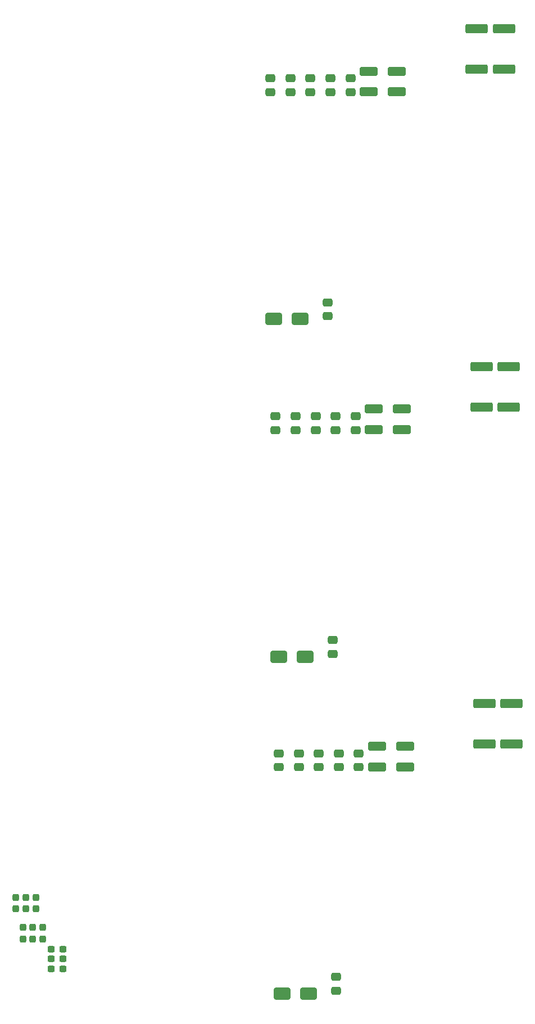
<source format=gbr>
%TF.GenerationSoftware,KiCad,Pcbnew,9.0.7*%
%TF.CreationDate,2026-01-12T17:17:52+03:00*%
%TF.ProjectId,Motor_Driver_Shell_Eco,4d6f746f-725f-4447-9269-7665725f5368,rev?*%
%TF.SameCoordinates,Original*%
%TF.FileFunction,Paste,Bot*%
%TF.FilePolarity,Positive*%
%FSLAX46Y46*%
G04 Gerber Fmt 4.6, Leading zero omitted, Abs format (unit mm)*
G04 Created by KiCad (PCBNEW 9.0.7) date 2026-01-12 17:17:52*
%MOMM*%
%LPD*%
G01*
G04 APERTURE LIST*
G04 Aperture macros list*
%AMRoundRect*
0 Rectangle with rounded corners*
0 $1 Rounding radius*
0 $2 $3 $4 $5 $6 $7 $8 $9 X,Y pos of 4 corners*
0 Add a 4 corners polygon primitive as box body*
4,1,4,$2,$3,$4,$5,$6,$7,$8,$9,$2,$3,0*
0 Add four circle primitives for the rounded corners*
1,1,$1+$1,$2,$3*
1,1,$1+$1,$4,$5*
1,1,$1+$1,$6,$7*
1,1,$1+$1,$8,$9*
0 Add four rect primitives between the rounded corners*
20,1,$1+$1,$2,$3,$4,$5,0*
20,1,$1+$1,$4,$5,$6,$7,0*
20,1,$1+$1,$6,$7,$8,$9,0*
20,1,$1+$1,$8,$9,$2,$3,0*%
G04 Aperture macros list end*
%ADD10RoundRect,0.250000X0.475000X-0.337500X0.475000X0.337500X-0.475000X0.337500X-0.475000X-0.337500X0*%
%ADD11RoundRect,0.237500X-0.237500X0.300000X-0.237500X-0.300000X0.237500X-0.300000X0.237500X0.300000X0*%
%ADD12RoundRect,0.250000X1.100000X-0.412500X1.100000X0.412500X-1.100000X0.412500X-1.100000X-0.412500X0*%
%ADD13RoundRect,0.250000X1.000000X0.650000X-1.000000X0.650000X-1.000000X-0.650000X1.000000X-0.650000X0*%
%ADD14RoundRect,0.249999X-1.425001X0.450001X-1.425001X-0.450001X1.425001X-0.450001X1.425001X0.450001X0*%
%ADD15RoundRect,0.237500X-0.300000X-0.237500X0.300000X-0.237500X0.300000X0.237500X-0.300000X0.237500X0*%
%ADD16RoundRect,0.237500X0.237500X-0.300000X0.237500X0.300000X-0.237500X0.300000X-0.237500X-0.300000X0*%
%ADD17RoundRect,0.249999X1.425001X-0.450001X1.425001X0.450001X-1.425001X0.450001X-1.425001X-0.450001X0*%
G04 APERTURE END LIST*
D10*
%TO.C,C65*%
X168510000Y-135475000D03*
X168510000Y-133400000D03*
%TD*%
%TO.C,C66*%
X165500000Y-135475000D03*
X165500000Y-133400000D03*
%TD*%
%TO.C,C78*%
X170270000Y-33850000D03*
X170270000Y-31775000D03*
%TD*%
D11*
%TO.C,C47*%
X124355000Y-155070000D03*
X124355000Y-156795000D03*
%TD*%
D12*
%TO.C,C62*%
X177280000Y-135437500D03*
X177280000Y-132312500D03*
%TD*%
D13*
%TO.C,D4*%
X166500000Y-118825000D03*
X162500000Y-118825000D03*
%TD*%
D14*
%TO.C,R70*%
X197075000Y-75150000D03*
X197075000Y-81250000D03*
%TD*%
D10*
%TO.C,C81*%
X161240000Y-33850000D03*
X161240000Y-31775000D03*
%TD*%
D12*
%TO.C,C76*%
X176030000Y-33812500D03*
X176030000Y-30687500D03*
%TD*%
D10*
%TO.C,C58*%
X170625000Y-118400000D03*
X170625000Y-116325000D03*
%TD*%
%TO.C,C80*%
X164250000Y-33850000D03*
X164250000Y-31775000D03*
%TD*%
%TO.C,C79*%
X167260000Y-33850000D03*
X167260000Y-31775000D03*
%TD*%
D11*
%TO.C,C24*%
X125875000Y-155075000D03*
X125875000Y-156800000D03*
%TD*%
D14*
%TO.C,R61*%
X192250000Y-24300000D03*
X192250000Y-30400000D03*
%TD*%
D12*
%TO.C,C61*%
X181530000Y-135437500D03*
X181530000Y-132312500D03*
%TD*%
D10*
%TO.C,C70*%
X174055000Y-84725000D03*
X174055000Y-82650000D03*
%TD*%
%TO.C,C59*%
X169850000Y-67575000D03*
X169850000Y-65500000D03*
%TD*%
%TO.C,C63*%
X174530000Y-135475000D03*
X174530000Y-133400000D03*
%TD*%
D15*
%TO.C,C19*%
X128217500Y-164360000D03*
X129942500Y-164360000D03*
%TD*%
D10*
%TO.C,C60*%
X171100000Y-169150000D03*
X171100000Y-167075000D03*
%TD*%
%TO.C,C73*%
X165025000Y-84725000D03*
X165025000Y-82650000D03*
%TD*%
D12*
%TO.C,C69*%
X176805000Y-84687500D03*
X176805000Y-81562500D03*
%TD*%
D10*
%TO.C,C74*%
X162015000Y-84725000D03*
X162015000Y-82650000D03*
%TD*%
%TO.C,C72*%
X168035000Y-84725000D03*
X168035000Y-82650000D03*
%TD*%
D14*
%TO.C,R66*%
X193500000Y-125925000D03*
X193500000Y-132025000D03*
%TD*%
D16*
%TO.C,C22*%
X125425000Y-161325000D03*
X125425000Y-159600000D03*
%TD*%
D15*
%TO.C,C18*%
X128217500Y-165860000D03*
X129942500Y-165860000D03*
%TD*%
D16*
%TO.C,C21*%
X126925000Y-161325000D03*
X126925000Y-159600000D03*
%TD*%
D13*
%TO.C,D7*%
X166975000Y-169575000D03*
X162975000Y-169575000D03*
%TD*%
D10*
%TO.C,C64*%
X171520000Y-135475000D03*
X171520000Y-133400000D03*
%TD*%
D11*
%TO.C,C46*%
X122885000Y-155070000D03*
X122885000Y-156795000D03*
%TD*%
D12*
%TO.C,C68*%
X181055000Y-84687500D03*
X181055000Y-81562500D03*
%TD*%
%TO.C,C75*%
X180280000Y-33812500D03*
X180280000Y-30687500D03*
%TD*%
D17*
%TO.C,R71*%
X197500000Y-132025000D03*
X197500000Y-125925000D03*
%TD*%
D14*
%TO.C,R38*%
X193025000Y-75175000D03*
X193025000Y-81275000D03*
%TD*%
D10*
%TO.C,C67*%
X162490000Y-135475000D03*
X162490000Y-133400000D03*
%TD*%
%TO.C,C71*%
X171045000Y-84725000D03*
X171045000Y-82650000D03*
%TD*%
%TO.C,C77*%
X173280000Y-33850000D03*
X173280000Y-31775000D03*
%TD*%
D14*
%TO.C,R72*%
X196400000Y-24300000D03*
X196400000Y-30400000D03*
%TD*%
D15*
%TO.C,C20*%
X128217500Y-162860000D03*
X129942500Y-162860000D03*
%TD*%
D13*
%TO.C,D5*%
X165725000Y-67950000D03*
X161725000Y-67950000D03*
%TD*%
D16*
%TO.C,C23*%
X123925000Y-161325000D03*
X123925000Y-159600000D03*
%TD*%
M02*

</source>
